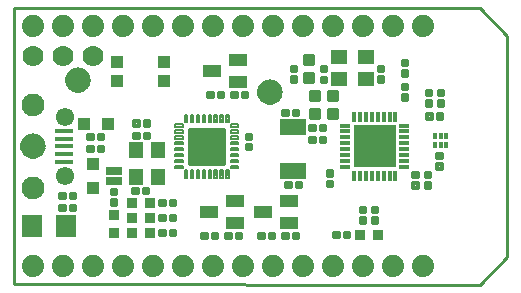
<source format=gts>
G75*
G70*
%OFA0B0*%
%FSLAX24Y24*%
%IPPOS*%
%LPD*%
%AMOC8*
5,1,8,0,0,1.08239X$1,22.5*
%
%ADD10C,0.0100*%
%ADD11C,0.0145*%
%ADD12C,0.0050*%
%ADD13R,0.0434X0.0434*%
%ADD14R,0.0355X0.0152*%
%ADD15R,0.0152X0.0355*%
%ADD16R,0.1418X0.1418*%
%ADD17C,0.0097*%
%ADD18R,0.0906X0.0552*%
%ADD19R,0.0552X0.0453*%
%ADD20R,0.0670X0.0750*%
%ADD21C,0.0079*%
%ADD22C,0.0160*%
%ADD23R,0.0453X0.0552*%
%ADD24R,0.0591X0.0434*%
%ADD25R,0.0355X0.0355*%
%ADD26R,0.0540X0.0290*%
%ADD27C,0.0740*%
%ADD28C,0.0700*%
%ADD29R,0.0138X0.0237*%
%ADD30R,0.0591X0.0178*%
%ADD31C,0.0610*%
%ADD32C,0.0760*%
D10*
X001820Y001850D02*
X017340Y001840D01*
X018270Y002770D01*
X018270Y010130D01*
X017350Y011050D01*
X001820Y011050D01*
X001820Y001850D01*
D11*
X003362Y004327D02*
X003508Y004327D01*
X003362Y004327D02*
X003362Y004473D01*
X003508Y004473D01*
X003508Y004327D01*
X003508Y004471D02*
X003362Y004471D01*
X003712Y004327D02*
X003858Y004327D01*
X003712Y004327D02*
X003712Y004473D01*
X003858Y004473D01*
X003858Y004327D01*
X003858Y004471D02*
X003712Y004471D01*
X003712Y004873D02*
X003858Y004873D01*
X003858Y004727D01*
X003712Y004727D01*
X003712Y004873D01*
X003712Y004871D02*
X003858Y004871D01*
X003508Y004873D02*
X003362Y004873D01*
X003508Y004873D02*
X003508Y004727D01*
X003362Y004727D01*
X003362Y004873D01*
X003362Y004871D02*
X003508Y004871D01*
X005077Y004852D02*
X005077Y004998D01*
X005223Y004998D01*
X005223Y004852D01*
X005077Y004852D01*
X005077Y004996D02*
X005223Y004996D01*
X005077Y004648D02*
X005077Y004502D01*
X005077Y004648D02*
X005223Y004648D01*
X005223Y004502D01*
X005077Y004502D01*
X005077Y004646D02*
X005223Y004646D01*
X005802Y005023D02*
X005948Y005023D01*
X005948Y004877D01*
X005802Y004877D01*
X005802Y005023D01*
X005802Y005021D02*
X005948Y005021D01*
X006152Y005023D02*
X006298Y005023D01*
X006298Y004877D01*
X006152Y004877D01*
X006152Y005023D01*
X006152Y005021D02*
X006298Y005021D01*
X006702Y004623D02*
X006848Y004623D01*
X006848Y004477D01*
X006702Y004477D01*
X006702Y004623D01*
X006702Y004621D02*
X006848Y004621D01*
X007052Y004623D02*
X007198Y004623D01*
X007198Y004477D01*
X007052Y004477D01*
X007052Y004623D01*
X007052Y004621D02*
X007198Y004621D01*
X007198Y004123D02*
X007052Y004123D01*
X007198Y004123D02*
X007198Y003977D01*
X007052Y003977D01*
X007052Y004123D01*
X007052Y004121D02*
X007198Y004121D01*
X006848Y004123D02*
X006702Y004123D01*
X006848Y004123D02*
X006848Y003977D01*
X006702Y003977D01*
X006702Y004123D01*
X006702Y004121D02*
X006848Y004121D01*
X006848Y003623D02*
X006702Y003623D01*
X006848Y003623D02*
X006848Y003477D01*
X006702Y003477D01*
X006702Y003623D01*
X006702Y003621D02*
X006848Y003621D01*
X007052Y003623D02*
X007198Y003623D01*
X007198Y003477D01*
X007052Y003477D01*
X007052Y003623D01*
X007052Y003621D02*
X007198Y003621D01*
X008102Y003523D02*
X008248Y003523D01*
X008248Y003377D01*
X008102Y003377D01*
X008102Y003523D01*
X008102Y003521D02*
X008248Y003521D01*
X008452Y003523D02*
X008598Y003523D01*
X008598Y003377D01*
X008452Y003377D01*
X008452Y003523D01*
X008452Y003521D02*
X008598Y003521D01*
X008902Y003523D02*
X009048Y003523D01*
X009048Y003377D01*
X008902Y003377D01*
X008902Y003523D01*
X008902Y003521D02*
X009048Y003521D01*
X009252Y003523D02*
X009398Y003523D01*
X009398Y003377D01*
X009252Y003377D01*
X009252Y003523D01*
X009252Y003521D02*
X009398Y003521D01*
X010002Y003523D02*
X010148Y003523D01*
X010148Y003377D01*
X010002Y003377D01*
X010002Y003523D01*
X010002Y003521D02*
X010148Y003521D01*
X010352Y003523D02*
X010498Y003523D01*
X010498Y003377D01*
X010352Y003377D01*
X010352Y003523D01*
X010352Y003521D02*
X010498Y003521D01*
X010802Y003523D02*
X010948Y003523D01*
X010948Y003377D01*
X010802Y003377D01*
X010802Y003523D01*
X010802Y003521D02*
X010948Y003521D01*
X011152Y003523D02*
X011298Y003523D01*
X011298Y003377D01*
X011152Y003377D01*
X011152Y003523D01*
X011152Y003521D02*
X011298Y003521D01*
X012502Y003573D02*
X012648Y003573D01*
X012648Y003427D01*
X012502Y003427D01*
X012502Y003573D01*
X012502Y003571D02*
X012648Y003571D01*
X012852Y003573D02*
X012998Y003573D01*
X012998Y003427D01*
X012852Y003427D01*
X012852Y003573D01*
X012852Y003571D02*
X012998Y003571D01*
X013523Y003902D02*
X013523Y004048D01*
X013523Y003902D02*
X013377Y003902D01*
X013377Y004048D01*
X013523Y004048D01*
X013523Y004046D02*
X013377Y004046D01*
X013523Y004252D02*
X013523Y004398D01*
X013523Y004252D02*
X013377Y004252D01*
X013377Y004398D01*
X013523Y004398D01*
X013523Y004396D02*
X013377Y004396D01*
X013923Y004398D02*
X013923Y004252D01*
X013777Y004252D01*
X013777Y004398D01*
X013923Y004398D01*
X013923Y004396D02*
X013777Y004396D01*
X013923Y004048D02*
X013923Y003902D01*
X013777Y003902D01*
X013777Y004048D01*
X013923Y004048D01*
X013923Y004046D02*
X013777Y004046D01*
X015283Y005072D02*
X015283Y005218D01*
X015283Y005072D02*
X015137Y005072D01*
X015137Y005218D01*
X015283Y005218D01*
X015283Y005216D02*
X015137Y005216D01*
X015283Y005422D02*
X015283Y005568D01*
X015283Y005422D02*
X015137Y005422D01*
X015137Y005568D01*
X015283Y005568D01*
X015283Y005566D02*
X015137Y005566D01*
X015693Y005558D02*
X015693Y005412D01*
X015547Y005412D01*
X015547Y005558D01*
X015693Y005558D01*
X015693Y005556D02*
X015547Y005556D01*
X016073Y005702D02*
X016073Y005848D01*
X016073Y005702D02*
X015927Y005702D01*
X015927Y005848D01*
X016073Y005848D01*
X016073Y005846D02*
X015927Y005846D01*
X016073Y006052D02*
X016073Y006198D01*
X016073Y006052D02*
X015927Y006052D01*
X015927Y006198D01*
X016073Y006198D01*
X016073Y006196D02*
X015927Y006196D01*
X015693Y005208D02*
X015693Y005062D01*
X015547Y005062D01*
X015547Y005208D01*
X015693Y005208D01*
X015693Y005206D02*
X015547Y005206D01*
X015602Y007518D02*
X015748Y007518D01*
X015748Y007372D01*
X015602Y007372D01*
X015602Y007518D01*
X015602Y007516D02*
X015748Y007516D01*
X015952Y007518D02*
X016098Y007518D01*
X016098Y007372D01*
X015952Y007372D01*
X015952Y007518D01*
X015952Y007516D02*
X016098Y007516D01*
X016123Y007797D02*
X016123Y007943D01*
X016123Y007797D02*
X015977Y007797D01*
X015977Y007943D01*
X016123Y007943D01*
X016123Y007941D02*
X015977Y007941D01*
X016123Y008147D02*
X016123Y008293D01*
X016123Y008147D02*
X015977Y008147D01*
X015977Y008293D01*
X016123Y008293D01*
X016123Y008291D02*
X015977Y008291D01*
X015577Y008298D02*
X015577Y008152D01*
X015577Y008298D02*
X015723Y008298D01*
X015723Y008152D01*
X015577Y008152D01*
X015577Y008296D02*
X015723Y008296D01*
X015577Y007948D02*
X015577Y007802D01*
X015577Y007948D02*
X015723Y007948D01*
X015723Y007802D01*
X015577Y007802D01*
X015577Y007946D02*
X015723Y007946D01*
X014923Y008002D02*
X014923Y008148D01*
X014923Y008002D02*
X014777Y008002D01*
X014777Y008148D01*
X014923Y008148D01*
X014923Y008146D02*
X014777Y008146D01*
X014923Y008352D02*
X014923Y008498D01*
X014923Y008352D02*
X014777Y008352D01*
X014777Y008498D01*
X014923Y008498D01*
X014923Y008496D02*
X014777Y008496D01*
X014923Y008802D02*
X014923Y008948D01*
X014923Y008802D02*
X014777Y008802D01*
X014777Y008948D01*
X014923Y008948D01*
X014923Y008946D02*
X014777Y008946D01*
X014923Y009152D02*
X014923Y009298D01*
X014923Y009152D02*
X014777Y009152D01*
X014777Y009298D01*
X014923Y009298D01*
X014923Y009296D02*
X014777Y009296D01*
X013977Y009098D02*
X013977Y008952D01*
X013977Y009098D02*
X014123Y009098D01*
X014123Y008952D01*
X013977Y008952D01*
X013977Y009096D02*
X014123Y009096D01*
X013977Y008748D02*
X013977Y008602D01*
X013977Y008748D02*
X014123Y008748D01*
X014123Y008602D01*
X013977Y008602D01*
X013977Y008746D02*
X014123Y008746D01*
X012223Y008738D02*
X012223Y008592D01*
X012077Y008592D01*
X012077Y008738D01*
X012223Y008738D01*
X012223Y008736D02*
X012077Y008736D01*
X012223Y008942D02*
X012223Y009088D01*
X012223Y008942D02*
X012077Y008942D01*
X012077Y009088D01*
X012223Y009088D01*
X012223Y009086D02*
X012077Y009086D01*
X011223Y009098D02*
X011223Y008952D01*
X011077Y008952D01*
X011077Y009098D01*
X011223Y009098D01*
X011223Y009096D02*
X011077Y009096D01*
X011223Y008748D02*
X011223Y008602D01*
X011077Y008602D01*
X011077Y008748D01*
X011223Y008748D01*
X011223Y008746D02*
X011077Y008746D01*
X009598Y008223D02*
X009452Y008223D01*
X009598Y008223D02*
X009598Y008077D01*
X009452Y008077D01*
X009452Y008223D01*
X009452Y008221D02*
X009598Y008221D01*
X009248Y008223D02*
X009102Y008223D01*
X009248Y008223D02*
X009248Y008077D01*
X009102Y008077D01*
X009102Y008223D01*
X009102Y008221D02*
X009248Y008221D01*
X008798Y008223D02*
X008652Y008223D01*
X008798Y008223D02*
X008798Y008077D01*
X008652Y008077D01*
X008652Y008223D01*
X008652Y008221D02*
X008798Y008221D01*
X008448Y008223D02*
X008302Y008223D01*
X008448Y008223D02*
X008448Y008077D01*
X008302Y008077D01*
X008302Y008223D01*
X008302Y008221D02*
X008448Y008221D01*
X009723Y006838D02*
X009723Y006692D01*
X009577Y006692D01*
X009577Y006838D01*
X009723Y006838D01*
X009723Y006836D02*
X009577Y006836D01*
X009723Y006488D02*
X009723Y006342D01*
X009577Y006342D01*
X009577Y006488D01*
X009723Y006488D01*
X009723Y006486D02*
X009577Y006486D01*
X010802Y007477D02*
X010948Y007477D01*
X010802Y007477D02*
X010802Y007623D01*
X010948Y007623D01*
X010948Y007477D01*
X010948Y007621D02*
X010802Y007621D01*
X011152Y007477D02*
X011298Y007477D01*
X011152Y007477D02*
X011152Y007623D01*
X011298Y007623D01*
X011298Y007477D01*
X011298Y007621D02*
X011152Y007621D01*
X011702Y007123D02*
X011848Y007123D01*
X011848Y006977D01*
X011702Y006977D01*
X011702Y007123D01*
X011702Y007121D02*
X011848Y007121D01*
X012052Y007123D02*
X012198Y007123D01*
X012198Y006977D01*
X012052Y006977D01*
X012052Y007123D01*
X012052Y007121D02*
X012198Y007121D01*
X012198Y006723D02*
X012052Y006723D01*
X012198Y006723D02*
X012198Y006577D01*
X012052Y006577D01*
X012052Y006723D01*
X012052Y006721D02*
X012198Y006721D01*
X011848Y006723D02*
X011702Y006723D01*
X011848Y006723D02*
X011848Y006577D01*
X011702Y006577D01*
X011702Y006723D01*
X011702Y006721D02*
X011848Y006721D01*
X012277Y005618D02*
X012277Y005472D01*
X012277Y005618D02*
X012423Y005618D01*
X012423Y005472D01*
X012277Y005472D01*
X012277Y005616D02*
X012423Y005616D01*
X012277Y005268D02*
X012277Y005122D01*
X012277Y005268D02*
X012423Y005268D01*
X012423Y005122D01*
X012277Y005122D01*
X012277Y005266D02*
X012423Y005266D01*
X011398Y005077D02*
X011252Y005077D01*
X011252Y005223D01*
X011398Y005223D01*
X011398Y005077D01*
X011398Y005221D02*
X011252Y005221D01*
X011048Y005077D02*
X010902Y005077D01*
X010902Y005223D01*
X011048Y005223D01*
X011048Y005077D01*
X011048Y005221D02*
X010902Y005221D01*
X006328Y006727D02*
X006182Y006727D01*
X006182Y006873D01*
X006328Y006873D01*
X006328Y006727D01*
X006328Y006871D02*
X006182Y006871D01*
X005978Y006727D02*
X005832Y006727D01*
X005832Y006873D01*
X005978Y006873D01*
X005978Y006727D01*
X005978Y006871D02*
X005832Y006871D01*
X005832Y007283D02*
X005978Y007283D01*
X005978Y007137D01*
X005832Y007137D01*
X005832Y007283D01*
X005832Y007281D02*
X005978Y007281D01*
X006182Y007283D02*
X006328Y007283D01*
X006328Y007137D01*
X006182Y007137D01*
X006182Y007283D01*
X006182Y007281D02*
X006328Y007281D01*
X004798Y006823D02*
X004652Y006823D01*
X004798Y006823D02*
X004798Y006677D01*
X004652Y006677D01*
X004652Y006823D01*
X004652Y006821D02*
X004798Y006821D01*
X004448Y006823D02*
X004302Y006823D01*
X004448Y006823D02*
X004448Y006677D01*
X004302Y006677D01*
X004302Y006823D01*
X004302Y006821D02*
X004448Y006821D01*
X004448Y006423D02*
X004302Y006423D01*
X004448Y006423D02*
X004448Y006277D01*
X004302Y006277D01*
X004302Y006423D01*
X004302Y006421D02*
X004448Y006421D01*
X004652Y006423D02*
X004798Y006423D01*
X004798Y006277D01*
X004652Y006277D01*
X004652Y006423D01*
X004652Y006421D02*
X004798Y006421D01*
D12*
X002844Y006450D02*
X002838Y006382D01*
X002820Y006315D01*
X002791Y006253D01*
X002752Y006197D01*
X002703Y006148D01*
X002647Y006109D01*
X002585Y006080D01*
X002518Y006062D01*
X002450Y006056D01*
X002382Y006062D01*
X002315Y006080D01*
X002253Y006109D01*
X002197Y006148D01*
X002148Y006197D01*
X002109Y006253D01*
X002080Y006315D01*
X002062Y006382D01*
X002056Y006450D01*
X002062Y006518D01*
X002080Y006585D01*
X002109Y006647D01*
X002148Y006703D01*
X002197Y006752D01*
X002253Y006791D01*
X002315Y006820D01*
X002382Y006838D01*
X002450Y006844D01*
X002518Y006838D01*
X002585Y006820D01*
X002647Y006791D01*
X002703Y006752D01*
X002752Y006703D01*
X002791Y006647D01*
X002820Y006585D01*
X002838Y006518D01*
X002844Y006450D01*
X002844Y006452D02*
X002056Y006452D01*
X002060Y006404D02*
X002840Y006404D01*
X002831Y006355D02*
X002069Y006355D01*
X002084Y006307D02*
X002816Y006307D01*
X002793Y006258D02*
X002107Y006258D01*
X002140Y006210D02*
X002760Y006210D01*
X002716Y006161D02*
X002184Y006161D01*
X002248Y006113D02*
X002652Y006113D01*
X002525Y006064D02*
X002375Y006064D01*
X002061Y006501D02*
X002839Y006501D01*
X002830Y006549D02*
X002070Y006549D01*
X002086Y006598D02*
X002814Y006598D01*
X002791Y006646D02*
X002109Y006646D01*
X002142Y006695D02*
X002758Y006695D01*
X002712Y006743D02*
X002188Y006743D01*
X002254Y006792D02*
X002646Y006792D01*
X002492Y006840D02*
X002408Y006840D01*
X003697Y008348D02*
X003753Y008309D01*
X003815Y008280D01*
X003882Y008262D01*
X003950Y008256D01*
X004018Y008262D01*
X004085Y008280D01*
X004147Y008309D01*
X004203Y008348D01*
X004252Y008397D01*
X004291Y008453D01*
X004320Y008515D01*
X004338Y008582D01*
X004344Y008650D01*
X004338Y008718D01*
X004320Y008785D01*
X004291Y008847D01*
X004252Y008903D01*
X004203Y008952D01*
X004147Y008991D01*
X004085Y009020D01*
X004018Y009038D01*
X003950Y009044D01*
X003882Y009038D01*
X003815Y009020D01*
X003753Y008991D01*
X003697Y008952D01*
X003648Y008903D01*
X003609Y008847D01*
X003580Y008785D01*
X003562Y008718D01*
X003556Y008650D01*
X003562Y008582D01*
X003580Y008515D01*
X003609Y008453D01*
X003648Y008397D01*
X003697Y008348D01*
X003704Y008344D02*
X004196Y008344D01*
X004247Y008392D02*
X003653Y008392D01*
X003618Y008441D02*
X004282Y008441D01*
X004308Y008489D02*
X003592Y008489D01*
X003574Y008538D02*
X004326Y008538D01*
X004338Y008586D02*
X003562Y008586D01*
X003558Y008635D02*
X004342Y008635D01*
X004341Y008683D02*
X003559Y008683D01*
X003566Y008732D02*
X004334Y008732D01*
X004321Y008780D02*
X003579Y008780D01*
X003601Y008829D02*
X004299Y008829D01*
X004270Y008877D02*
X003630Y008877D01*
X003671Y008926D02*
X004229Y008926D01*
X004171Y008974D02*
X003729Y008974D01*
X003825Y009023D02*
X004075Y009023D01*
X004117Y008295D02*
X003783Y008295D01*
X009956Y008250D02*
X009962Y008318D01*
X009980Y008385D01*
X010009Y008447D01*
X010048Y008503D01*
X010097Y008552D01*
X010153Y008591D01*
X010215Y008620D01*
X010282Y008638D01*
X010350Y008644D01*
X010418Y008638D01*
X010485Y008620D01*
X010547Y008591D01*
X010603Y008552D01*
X010652Y008503D01*
X010691Y008447D01*
X010720Y008385D01*
X010738Y008318D01*
X010744Y008250D01*
X010738Y008182D01*
X010720Y008115D01*
X010691Y008053D01*
X010652Y007997D01*
X010603Y007948D01*
X010547Y007909D01*
X010485Y007880D01*
X010418Y007862D01*
X010350Y007856D01*
X010282Y007862D01*
X010215Y007880D01*
X010153Y007909D01*
X010097Y007948D01*
X010048Y007997D01*
X010009Y008053D01*
X009980Y008115D01*
X009962Y008182D01*
X009956Y008250D01*
X009957Y008247D02*
X010743Y008247D01*
X010740Y008295D02*
X009960Y008295D01*
X009969Y008344D02*
X010731Y008344D01*
X010717Y008392D02*
X009983Y008392D01*
X010006Y008441D02*
X010694Y008441D01*
X010661Y008489D02*
X010039Y008489D01*
X010083Y008538D02*
X010617Y008538D01*
X010554Y008586D02*
X010146Y008586D01*
X010270Y008635D02*
X010430Y008635D01*
X010739Y008198D02*
X009961Y008198D01*
X009971Y008150D02*
X010729Y008150D01*
X010713Y008101D02*
X009987Y008101D01*
X010009Y008053D02*
X010691Y008053D01*
X010657Y008004D02*
X010043Y008004D01*
X010090Y007956D02*
X010610Y007956D01*
X010543Y007907D02*
X010157Y007907D01*
X010324Y007859D02*
X010376Y007859D01*
D13*
X006837Y008635D03*
X006837Y009265D03*
X005263Y009265D03*
X005263Y008635D03*
X004944Y007200D03*
X004156Y007200D03*
X004450Y005844D03*
X004450Y005056D03*
D14*
X012866Y005761D03*
X012866Y005958D03*
X012866Y006155D03*
X012866Y006352D03*
X012866Y006548D03*
X012866Y006745D03*
X012866Y006942D03*
X012866Y007139D03*
X014834Y007139D03*
X014834Y006942D03*
X014834Y006745D03*
X014834Y006548D03*
X014834Y006352D03*
X014834Y006155D03*
X014834Y005958D03*
X014834Y005761D03*
D15*
X014539Y005466D03*
X014342Y005466D03*
X014145Y005466D03*
X013948Y005466D03*
X013752Y005466D03*
X013555Y005466D03*
X013358Y005466D03*
X013161Y005466D03*
X013161Y007434D03*
X013358Y007434D03*
X013555Y007434D03*
X013752Y007434D03*
X013948Y007434D03*
X014145Y007434D03*
X014342Y007434D03*
X014539Y007434D03*
D16*
X013850Y006450D03*
D17*
X012596Y007696D02*
X012304Y007696D01*
X012596Y007696D02*
X012596Y007404D01*
X012304Y007404D01*
X012304Y007696D01*
X012304Y007501D02*
X012596Y007501D01*
X012596Y007598D02*
X012304Y007598D01*
X012304Y007695D02*
X012596Y007695D01*
X012596Y008296D02*
X012304Y008296D01*
X012596Y008296D02*
X012596Y008004D01*
X012304Y008004D01*
X012304Y008296D01*
X012304Y008101D02*
X012596Y008101D01*
X012596Y008198D02*
X012304Y008198D01*
X012304Y008295D02*
X012596Y008295D01*
X011996Y008296D02*
X011704Y008296D01*
X011996Y008296D02*
X011996Y008004D01*
X011704Y008004D01*
X011704Y008296D01*
X011704Y008101D02*
X011996Y008101D01*
X011996Y008198D02*
X011704Y008198D01*
X011704Y008295D02*
X011996Y008295D01*
X011796Y008604D02*
X011796Y008896D01*
X011796Y008604D02*
X011504Y008604D01*
X011504Y008896D01*
X011796Y008896D01*
X011796Y008701D02*
X011504Y008701D01*
X011504Y008798D02*
X011796Y008798D01*
X011796Y008895D02*
X011504Y008895D01*
X011796Y009204D02*
X011796Y009496D01*
X011796Y009204D02*
X011504Y009204D01*
X011504Y009496D01*
X011796Y009496D01*
X011796Y009301D02*
X011504Y009301D01*
X011504Y009398D02*
X011796Y009398D01*
X011796Y009495D02*
X011504Y009495D01*
X011704Y007696D02*
X011996Y007696D01*
X011996Y007404D01*
X011704Y007404D01*
X011704Y007696D01*
X011704Y007501D02*
X011996Y007501D01*
X011996Y007598D02*
X011704Y007598D01*
X011704Y007695D02*
X011996Y007695D01*
D18*
X011120Y007078D03*
X011120Y005622D03*
D19*
X012657Y008686D03*
X012657Y009414D03*
X013563Y009414D03*
X013563Y008686D03*
D20*
X003550Y003800D03*
X002430Y003800D03*
D21*
X007206Y005721D02*
X007444Y005721D01*
X007206Y005721D02*
X007206Y005801D01*
X007444Y005801D01*
X007444Y005721D01*
X007444Y005799D02*
X007206Y005799D01*
X007206Y005918D02*
X007444Y005918D01*
X007206Y005918D02*
X007206Y005998D01*
X007444Y005998D01*
X007444Y005918D01*
X007444Y005996D02*
X007206Y005996D01*
X007206Y006115D02*
X007444Y006115D01*
X007206Y006115D02*
X007206Y006195D01*
X007444Y006195D01*
X007444Y006115D01*
X007444Y006193D02*
X007206Y006193D01*
X007206Y006312D02*
X007444Y006312D01*
X007206Y006312D02*
X007206Y006392D01*
X007444Y006392D01*
X007444Y006312D01*
X007444Y006390D02*
X007206Y006390D01*
X007206Y006508D02*
X007444Y006508D01*
X007206Y006508D02*
X007206Y006588D01*
X007444Y006588D01*
X007444Y006508D01*
X007444Y006586D02*
X007206Y006586D01*
X007206Y006705D02*
X007444Y006705D01*
X007206Y006705D02*
X007206Y006785D01*
X007444Y006785D01*
X007444Y006705D01*
X007444Y006783D02*
X007206Y006783D01*
X007206Y006902D02*
X007444Y006902D01*
X007206Y006902D02*
X007206Y006982D01*
X007444Y006982D01*
X007444Y006902D01*
X007444Y006980D02*
X007206Y006980D01*
X007206Y007099D02*
X007444Y007099D01*
X007206Y007099D02*
X007206Y007179D01*
X007444Y007179D01*
X007444Y007099D01*
X007444Y007177D02*
X007206Y007177D01*
X007521Y007256D02*
X007601Y007256D01*
X007521Y007256D02*
X007521Y007494D01*
X007601Y007494D01*
X007601Y007256D01*
X007601Y007334D02*
X007521Y007334D01*
X007521Y007412D02*
X007601Y007412D01*
X007601Y007490D02*
X007521Y007490D01*
X007718Y007256D02*
X007798Y007256D01*
X007718Y007256D02*
X007718Y007494D01*
X007798Y007494D01*
X007798Y007256D01*
X007798Y007334D02*
X007718Y007334D01*
X007718Y007412D02*
X007798Y007412D01*
X007798Y007490D02*
X007718Y007490D01*
X007915Y007256D02*
X007995Y007256D01*
X007915Y007256D02*
X007915Y007494D01*
X007995Y007494D01*
X007995Y007256D01*
X007995Y007334D02*
X007915Y007334D01*
X007915Y007412D02*
X007995Y007412D01*
X007995Y007490D02*
X007915Y007490D01*
X008112Y007256D02*
X008192Y007256D01*
X008112Y007256D02*
X008112Y007494D01*
X008192Y007494D01*
X008192Y007256D01*
X008192Y007334D02*
X008112Y007334D01*
X008112Y007412D02*
X008192Y007412D01*
X008192Y007490D02*
X008112Y007490D01*
X008308Y007256D02*
X008388Y007256D01*
X008308Y007256D02*
X008308Y007494D01*
X008388Y007494D01*
X008388Y007256D01*
X008388Y007334D02*
X008308Y007334D01*
X008308Y007412D02*
X008388Y007412D01*
X008388Y007490D02*
X008308Y007490D01*
X008505Y007256D02*
X008585Y007256D01*
X008505Y007256D02*
X008505Y007494D01*
X008585Y007494D01*
X008585Y007256D01*
X008585Y007334D02*
X008505Y007334D01*
X008505Y007412D02*
X008585Y007412D01*
X008585Y007490D02*
X008505Y007490D01*
X008702Y007256D02*
X008782Y007256D01*
X008702Y007256D02*
X008702Y007494D01*
X008782Y007494D01*
X008782Y007256D01*
X008782Y007334D02*
X008702Y007334D01*
X008702Y007412D02*
X008782Y007412D01*
X008782Y007490D02*
X008702Y007490D01*
X008899Y007256D02*
X008979Y007256D01*
X008899Y007256D02*
X008899Y007494D01*
X008979Y007494D01*
X008979Y007256D01*
X008979Y007334D02*
X008899Y007334D01*
X008899Y007412D02*
X008979Y007412D01*
X008979Y007490D02*
X008899Y007490D01*
X009056Y007099D02*
X009294Y007099D01*
X009056Y007099D02*
X009056Y007179D01*
X009294Y007179D01*
X009294Y007099D01*
X009294Y007177D02*
X009056Y007177D01*
X009056Y006902D02*
X009294Y006902D01*
X009056Y006902D02*
X009056Y006982D01*
X009294Y006982D01*
X009294Y006902D01*
X009294Y006980D02*
X009056Y006980D01*
X009056Y006705D02*
X009294Y006705D01*
X009056Y006705D02*
X009056Y006785D01*
X009294Y006785D01*
X009294Y006705D01*
X009294Y006783D02*
X009056Y006783D01*
X009056Y006508D02*
X009294Y006508D01*
X009056Y006508D02*
X009056Y006588D01*
X009294Y006588D01*
X009294Y006508D01*
X009294Y006586D02*
X009056Y006586D01*
X009056Y006312D02*
X009294Y006312D01*
X009056Y006312D02*
X009056Y006392D01*
X009294Y006392D01*
X009294Y006312D01*
X009294Y006390D02*
X009056Y006390D01*
X009056Y006115D02*
X009294Y006115D01*
X009056Y006115D02*
X009056Y006195D01*
X009294Y006195D01*
X009294Y006115D01*
X009294Y006193D02*
X009056Y006193D01*
X009056Y005918D02*
X009294Y005918D01*
X009056Y005918D02*
X009056Y005998D01*
X009294Y005998D01*
X009294Y005918D01*
X009294Y005996D02*
X009056Y005996D01*
X009056Y005721D02*
X009294Y005721D01*
X009056Y005721D02*
X009056Y005801D01*
X009294Y005801D01*
X009294Y005721D01*
X009294Y005799D02*
X009056Y005799D01*
X008979Y005406D02*
X008899Y005406D01*
X008899Y005644D01*
X008979Y005644D01*
X008979Y005406D01*
X008979Y005484D02*
X008899Y005484D01*
X008899Y005562D02*
X008979Y005562D01*
X008979Y005640D02*
X008899Y005640D01*
X008782Y005406D02*
X008702Y005406D01*
X008702Y005644D01*
X008782Y005644D01*
X008782Y005406D01*
X008782Y005484D02*
X008702Y005484D01*
X008702Y005562D02*
X008782Y005562D01*
X008782Y005640D02*
X008702Y005640D01*
X008585Y005406D02*
X008505Y005406D01*
X008505Y005644D01*
X008585Y005644D01*
X008585Y005406D01*
X008585Y005484D02*
X008505Y005484D01*
X008505Y005562D02*
X008585Y005562D01*
X008585Y005640D02*
X008505Y005640D01*
X008388Y005406D02*
X008308Y005406D01*
X008308Y005644D01*
X008388Y005644D01*
X008388Y005406D01*
X008388Y005484D02*
X008308Y005484D01*
X008308Y005562D02*
X008388Y005562D01*
X008388Y005640D02*
X008308Y005640D01*
X008192Y005406D02*
X008112Y005406D01*
X008112Y005644D01*
X008192Y005644D01*
X008192Y005406D01*
X008192Y005484D02*
X008112Y005484D01*
X008112Y005562D02*
X008192Y005562D01*
X008192Y005640D02*
X008112Y005640D01*
X007995Y005406D02*
X007915Y005406D01*
X007915Y005644D01*
X007995Y005644D01*
X007995Y005406D01*
X007995Y005484D02*
X007915Y005484D01*
X007915Y005562D02*
X007995Y005562D01*
X007995Y005640D02*
X007915Y005640D01*
X007798Y005406D02*
X007718Y005406D01*
X007718Y005644D01*
X007798Y005644D01*
X007798Y005406D01*
X007798Y005484D02*
X007718Y005484D01*
X007718Y005562D02*
X007798Y005562D01*
X007798Y005640D02*
X007718Y005640D01*
X007601Y005406D02*
X007521Y005406D01*
X007521Y005644D01*
X007601Y005644D01*
X007601Y005406D01*
X007601Y005484D02*
X007521Y005484D01*
X007521Y005562D02*
X007601Y005562D01*
X007601Y005640D02*
X007521Y005640D01*
D22*
X007700Y005900D02*
X007700Y007000D01*
X008800Y007000D01*
X008800Y005900D01*
X007700Y005900D01*
X007700Y005915D02*
X008800Y005915D01*
X008800Y006073D02*
X007700Y006073D01*
X007700Y006232D02*
X008800Y006232D01*
X008800Y006390D02*
X007700Y006390D01*
X007700Y006549D02*
X008800Y006549D01*
X008800Y006707D02*
X007700Y006707D01*
X007700Y006866D02*
X008800Y006866D01*
D23*
X006614Y006333D03*
X005886Y006333D03*
X005886Y005427D03*
X006614Y005427D03*
D24*
X008317Y004250D03*
X009183Y003876D03*
X009183Y004624D03*
X010117Y004250D03*
X010983Y003876D03*
X010983Y004624D03*
X009283Y008576D03*
X008417Y008950D03*
X009283Y009324D03*
D25*
X006345Y004550D03*
X005755Y004550D03*
X005150Y004145D03*
X005755Y004050D03*
X006345Y004050D03*
X006345Y003550D03*
X005755Y003550D03*
X005150Y003555D03*
X013355Y003500D03*
X013945Y003500D03*
D26*
X005150Y005288D03*
X005150Y005608D03*
D27*
X005450Y002450D03*
X006450Y002450D03*
X007450Y002450D03*
X008450Y002450D03*
X009450Y002450D03*
X010450Y002450D03*
X011450Y002450D03*
X012450Y002450D03*
X013450Y002450D03*
X014450Y002450D03*
X015450Y002450D03*
X004450Y002450D03*
X003450Y002450D03*
X002450Y002450D03*
X002450Y010450D03*
X003450Y010450D03*
X004450Y010450D03*
X005450Y010450D03*
X006450Y010450D03*
X007450Y010450D03*
X008450Y010450D03*
X009450Y010450D03*
X010450Y010450D03*
X011450Y010450D03*
X012450Y010450D03*
X013450Y010450D03*
X014450Y010450D03*
X015450Y010450D03*
D28*
X004450Y009450D03*
X003450Y009450D03*
X002450Y009450D03*
D29*
X015846Y006805D03*
X016043Y006805D03*
X016239Y006805D03*
X016239Y006490D03*
X016043Y006490D03*
X015846Y006490D03*
D30*
X003493Y006450D03*
X003493Y006706D03*
X003493Y006962D03*
X003493Y006194D03*
X003493Y005938D03*
D31*
X003510Y005470D03*
X003510Y007430D03*
D32*
X002450Y007830D03*
X002450Y005070D03*
M02*

</source>
